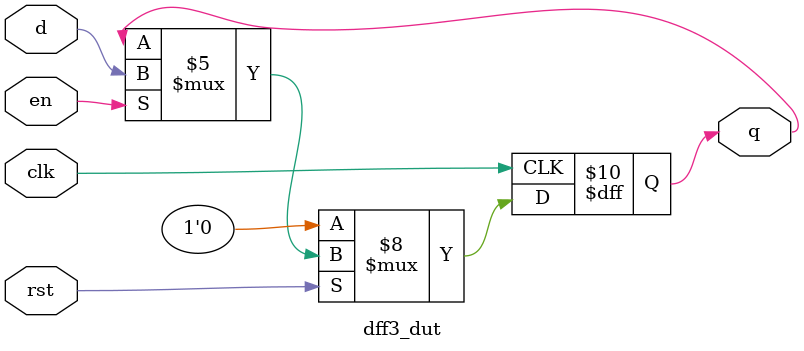
<source format=v>
module dff3_dut(d, clk, rst, en, q);
input d, clk, rst, en;
output q;
wire d, clk, rst, en;
reg q;

always@(posedge clk)
begin
	if(rst == 0)
	begin
	q <= 0;
	end
	else
	begin
		if(en == 1)
		begin
		q <= d;
		end
		else
		begin
		q <= q;
		end	end
end
endmodule
</source>
